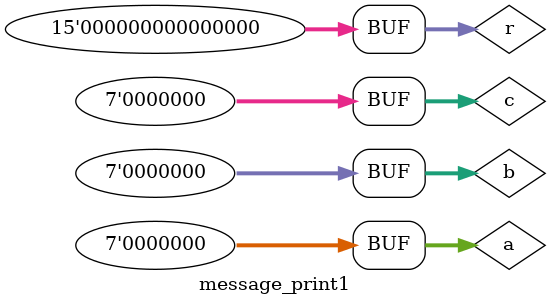
<source format=v>
`timescale 1ns / 1ps


//module message_print1();
  
//endmodule



module message_print1();
  reg [0:6]a;
  reg [0:6]b;
  reg [0:6]c;
  reg [0:14]r;
  
  initial
  begin
     
     {a[0],a[1],a[2],a[3],a[4],a[5],a[6]} = 7'b1111111; #10;
     {a[0],a[1],a[2],a[3],a[4],a[5],a[6]} = 7'b0001000; #10;
     {a[0],a[1],a[2],a[3],a[4],a[5],a[6]} = 7'b0001000; #10;  // H  
     {a[0],a[1],a[2],a[3],a[4],a[5],a[6]} = 7'b0001000; #10;
     {a[0],a[1],a[2],a[3],a[4],a[5],a[6]} = 7'b1111111; #10;
     
     {a[0],a[1],a[2],a[3],a[4],a[5],a[6]} = 7'b0000000; #10;
     
     {a[0],a[1],a[2],a[3],a[4],a[5],a[6]} = 7'b1111111; #10;
     {a[0],a[1],a[2],a[3],a[4],a[5],a[6]} = 7'b1001001; #10;
     {a[0],a[1],a[2],a[3],a[4],a[5],a[6]} = 7'b1001001; #10; // E
     {a[0],a[1],a[2],a[3],a[4],a[5],a[6]} = 7'b1001001; #10;
     
     {a[0],a[1],a[2],a[3],a[4],a[5],a[6]} = 7'b0000000; #10;
     
     {a[0],a[1],a[2],a[3],a[4],a[5],a[6]} = 7'b1111111; #10;
     {a[0],a[1],a[2],a[3],a[4],a[5],a[6]} = 7'b0000001; #10;
     {a[0],a[1],a[2],a[3],a[4],a[5],a[6]} = 7'b0000001; #10;  // L
     {a[0],a[1],a[2],a[3],a[4],a[5],a[6]} = 7'b0000001; #10;
     
     {a[0],a[1],a[2],a[3],a[4],a[5],a[6]} = 7'b0000000; #10;
     
     {a[0],a[1],a[2],a[3],a[4],a[5],a[6]} = 7'b1111111; #10;
     {a[0],a[1],a[2],a[3],a[4],a[5],a[6]} = 7'b0000001; #10;
     {a[0],a[1],a[2],a[3],a[4],a[5],a[6]} = 7'b0000001; #10;  // L
     {a[0],a[1],a[2],a[3],a[4],a[5],a[6]} = 7'b0000001; #10;
     
     
     {a[0],a[1],a[2],a[3],a[4],a[5],a[6]} = 7'b0000000; #10;
     
     {a[0],a[1],a[2],a[3],a[4],a[5],a[6]} = 7'b1111111; #10;
     {a[0],a[1],a[2],a[3],a[4],a[5],a[6]} = 7'b1000001; #10;
     {a[0],a[1],a[2],a[3],a[4],a[5],a[6]} = 7'b1000001; #10;  // O
     {a[0],a[1],a[2],a[3],a[4],a[5],a[6]} = 7'b1000001; #10;
     {a[0],a[1],a[2],a[3],a[4],a[5],a[6]} = 7'b1111111; #10;
     
     {a[0],a[1],a[2],a[3],a[4],a[5],a[6]} = 7'b0000000; #10;
//     $finish;
  end
  
  initial
  begin
     {b[0],b[1],b[2],b[3],b[4],b[5],b[6]} = 7'b1111111; #10;
     {b[0],b[1],b[2],b[3],b[4],b[5],b[6]} = 7'b1000001; #10;
     {b[0],b[1],b[2],b[3],b[4],b[5],b[6]} = 7'b1000001; #10;
     {b[0],b[1],b[2],b[3],b[4],b[5],b[6]} = 7'b1000101; #10; // G
     {b[0],b[1],b[2],b[3],b[4],b[5],b[6]} = 7'b1000101; #10;
     {b[0],b[1],b[2],b[3],b[4],b[5],b[6]} = 7'b1000111; #10;
     
     {b[0],b[1],b[2],b[3],b[4],b[5],b[6]} = 7'b0000000; #10;
     
     {b[0],b[1],b[2],b[3],b[4],b[5],b[6]} = 7'b1111111; #10;
     {b[0],b[1],b[2],b[3],b[4],b[5],b[6]} = 7'b1000001; #10;
     {b[0],b[1],b[2],b[3],b[4],b[5],b[6]} = 7'b1000001; #10;
     {b[0],b[1],b[2],b[3],b[4],b[5],b[6]} = 7'b1000001; #10; // O
     {b[0],b[1],b[2],b[3],b[4],b[5],b[6]} = 7'b1111111; #10;
     
     {b[0],b[1],b[2],b[3],b[4],b[5],b[6]} = 7'b0000000; #10;
     
     {b[0],b[1],b[2],b[3],b[4],b[5],b[6]} = 7'b1111111; #10;
     {b[0],b[1],b[2],b[3],b[4],b[5],b[6]} = 7'b1000001; #10;
     {b[0],b[1],b[2],b[3],b[4],b[5],b[6]} = 7'b1000001; #10;
     {b[0],b[1],b[2],b[3],b[4],b[5],b[6]} = 7'b1000001; #10; // O
     {b[0],b[1],b[2],b[3],b[4],b[5],b[6]} = 7'b1111111; #10;
     
     {b[0],b[1],b[2],b[3],b[4],b[5],b[6]} = 7'b0000000; #10;
     
     {b[0],b[1],b[2],b[3],b[4],b[5],b[6]} = 7'b1111111; #10;
     {b[0],b[1],b[2],b[3],b[4],b[5],b[6]} = 7'b1000001; #10;
     {b[0],b[1],b[2],b[3],b[4],b[5],b[6]} = 7'b0100010; #10;  // D
     {b[0],b[1],b[2],b[3],b[4],b[5],b[6]} = 7'b0011100; #10;
     
     {b[0],b[1],b[2],b[3],b[4],b[5],b[6]} = 7'b0000000; #10;
//     $finish;
  end
  
  initial
  begin
    {c[0],c[1],c[2],c[3],c[4],c[5],c[6]}= 7'b1111111; #10;
    {c[0],c[1],c[2],c[3],c[4],c[5],c[6]}= 7'b0100000; #10;
    {c[0],c[1],c[2],c[3],c[4],c[5],c[6]}= 7'b0010000; #10;
    {c[0],c[1],c[2],c[3],c[4],c[5],c[6]}= 7'b0001000; #10;  // M
    {c[0],c[1],c[2],c[3],c[4],c[5],c[6]}= 7'b0010000; #10;
    {c[0],c[1],c[2],c[3],c[4],c[5],c[6]}= 7'b0100000; #10;
    {c[0],c[1],c[2],c[3],c[4],c[5],c[6]}= 7'b1111111; #10;
    
    {c[0],c[1],c[2],c[3],c[4],c[5],c[6]}= 7'b0000000; #10;
    
    {c[0],c[1],c[2],c[3],c[4],c[5],c[6]}= 7'b1111111; #10;
    {c[0],c[1],c[2],c[3],c[4],c[5],c[6]}= 7'b1000001; #10;
    {c[0],c[1],c[2],c[3],c[4],c[5],c[6]}= 7'b1000001; #10;  // O
    {c[0],c[1],c[2],c[3],c[4],c[5],c[6]}= 7'b1000001; #10;
    {c[0],c[1],c[2],c[3],c[4],c[5],c[6]}= 7'b1111111; #10;
    
    {c[0],c[1],c[2],c[3],c[4],c[5],c[6]}= 7'b0000000; #10;
    
    {c[0],c[1],c[2],c[3],c[4],c[5],c[6]}= 7'b1111111; #10;
    {c[0],c[1],c[2],c[3],c[4],c[5],c[6]}= 7'b1001100; #10;
    {c[0],c[1],c[2],c[3],c[4],c[5],c[6]}= 7'b1001010; #10;  // R
    {c[0],c[1],c[2],c[3],c[4],c[5],c[6]}= 7'b1001001; #10;
    {c[0],c[1],c[2],c[3],c[4],c[5],c[6]}= 7'b1111001; #10;
    
    {c[0],c[1],c[2],c[3],c[4],c[5],c[6]}= 7'b0000000; #10;
    
    {c[0],c[1],c[2],c[3],c[4],c[5],c[6]}= 7'b1111111; #10;
    {c[0],c[1],c[2],c[3],c[4],c[5],c[6]}= 7'b0100000; #10;
    {c[0],c[1],c[2],c[3],c[4],c[5],c[6]}= 7'b0010000; #10;
    {c[0],c[1],c[2],c[3],c[4],c[5],c[6]}= 7'b0001000; #10;  // N
    {c[0],c[1],c[2],c[3],c[4],c[5],c[6]}= 7'b0000100; #10;
    {c[0],c[1],c[2],c[3],c[4],c[5],c[6]}= 7'b0000010; #10;
    {c[0],c[1],c[2],c[3],c[4],c[5],c[6]}= 7'b1111111; #10;
    
    {c[0],c[1],c[2],c[3],c[4],c[5],c[6]}= 7'b0000000; #10;
    
    {c[0],c[1],c[2],c[3],c[4],c[5],c[6]}= 7'b1000001; #10;
    {c[0],c[1],c[2],c[3],c[4],c[5],c[6]}= 7'b1000001; #10;
    {c[0],c[1],c[2],c[3],c[4],c[5],c[6]}= 7'b1111111; #10;  // I
    {c[0],c[1],c[2],c[3],c[4],c[5],c[6]}= 7'b1000001; #10;
    {c[0],c[1],c[2],c[3],c[4],c[5],c[6]}= 7'b1000001; #10;
    
    {c[0],c[1],c[2],c[3],c[4],c[5],c[6]}= 7'b0000000; #10;
    
    {c[0],c[1],c[2],c[3],c[4],c[5],c[6]}= 7'b1111111; #10;
    {c[0],c[1],c[2],c[3],c[4],c[5],c[6]}= 7'b0100000; #10;
    {c[0],c[1],c[2],c[3],c[4],c[5],c[6]}= 7'b0010000; #10;
    {c[0],c[1],c[2],c[3],c[4],c[5],c[6]}= 7'b0001000; #10;  // N
    {c[0],c[1],c[2],c[3],c[4],c[5],c[6]}= 7'b0000100; #10;
    {c[0],c[1],c[2],c[3],c[4],c[5],c[6]}= 7'b0000010; #10;
    {c[0],c[1],c[2],c[3],c[4],c[5],c[6]}= 7'b1111111; #10;
    
    {c[0],c[1],c[2],c[3],c[4],c[5],c[6]}= 7'b0000000; #10;
    
    {c[0],c[1],c[2],c[3],c[4],c[5],c[6]}= 7'b1111111; #10;
    {c[0],c[1],c[2],c[3],c[4],c[5],c[6]}= 7'b1000001; #10;
    {c[0],c[1],c[2],c[3],c[4],c[5],c[6]}= 7'b1000001; #10;
    {c[0],c[1],c[2],c[3],c[4],c[5],c[6]}= 7'b1000101; #10;  // G
    {c[0],c[1],c[2],c[3],c[4],c[5],c[6]}= 7'b1000101; #10;
    {c[0],c[1],c[2],c[3],c[4],c[5],c[6]}= 7'b1000111; #10;
    
    {c[0],c[1],c[2],c[3],c[4],c[5],c[6]}= 7'b0000000; #10;
//    $finish;
  end
  
  initial
  begin
    
    {r[0], r[1], r[2], r[3], r[4], r[5], r[6],r[7],r[8],r[9],r[10],r[11],r[12],r[13],r[14]} =15'b000000000000000; #20;
    {r[0], r[1], r[2], r[3], r[4], r[5], r[6],r[7],r[8],r[9],r[10],r[11],r[12],r[13],r[14]} =15'b000000000000000; #20;
    {r[0], r[1], r[2], r[3], r[4], r[5], r[6],r[7],r[8],r[9],r[10],r[11],r[12],r[13],r[14]} =15'b000000000000000; #20;
    {r[0], r[1], r[2], r[3], r[4], r[5], r[6],r[7],r[8],r[9],r[10],r[11],r[12],r[13],r[14]} =15'b000000000000000; #20;
    {r[0], r[1], r[2], r[3], r[4], r[5], r[6],r[7],r[8],r[9],r[10],r[11],r[12],r[13],r[14]} =15'b000000000000000; #20;
    
    {r[0], r[1], r[2], r[3], r[4], r[5], r[6],r[7],r[8],r[9],r[10],r[11],r[12],r[13],r[14]} = 15'b111111111111111; #5;  //c1
    {r[0], r[1], r[2], r[3], r[4], r[5], r[6],r[7],r[8],r[9],r[10],r[11],r[12],r[13],r[14]} = 15'b100000000000001; #5;  // c2
    {r[0], r[1], r[2], r[3], r[4], r[5], r[6],r[7],r[8],r[9],r[10],r[11],r[12],r[13],r[14]} = 15'b100010000000001; #5;  //c3
    {r[0], r[1], r[2], r[3], r[4], r[5], r[6],r[7],r[8],r[9],r[10],r[11],r[12],r[13],r[14]} = 15'b100101000000001; #5;
    {r[0], r[1], r[2], r[3], r[4], r[5], r[6],r[7],r[8],r[9],r[10],r[11],r[12],r[13],r[14]} = 15'b101000100000001; #5;
    {r[0], r[1], r[2], r[3], r[4], r[5], r[6],r[7],r[8],r[9],r[10],r[11],r[12],r[13],r[14]} = 15'b100101000000001; #5;
    {r[0], r[1], r[2], r[3], r[4], r[5], r[6],r[7],r[8],r[9],r[10],r[11],r[12],r[13],r[14]} = 15'b100010000000001; #5;
    {r[0], r[1], r[2], r[3], r[4], r[5], r[6],r[7],r[8],r[9],r[10],r[11],r[12],r[13],r[14]} = 15'b100000000110001; #5;
    {r[0], r[1], r[2], r[3], r[4], r[5], r[6],r[7],r[8],r[9],r[10],r[11],r[12],r[13],r[14]} = 15'b100000000101001; #5;
    {r[0], r[1], r[2], r[3], r[4], r[5], r[6],r[7],r[8],r[9],r[10],r[11],r[12],r[13],r[14]} = 15'b100000000100101; #5;
    {r[0], r[1], r[2], r[3], r[4], r[5], r[6],r[7],r[8],r[9],r[10],r[11],r[12],r[13],r[14]} = 15'b100000000101001; #5;
    {r[0], r[1], r[2], r[3], r[4], r[5], r[6],r[7],r[8],r[9],r[10],r[11],r[12],r[13],r[14]} = 15'b100000000110001; #5;  // Smile 
    {r[0], r[1], r[2], r[3], r[4], r[5], r[6],r[7],r[8],r[9],r[10],r[11],r[12],r[13],r[14]} = 15'b100010000000001; #5;
    {r[0], r[1], r[2], r[3], r[4], r[5], r[6],r[7],r[8],r[9],r[10],r[11],r[12],r[13],r[14]} = 15'b100101000000001; #5;
    {r[0], r[1], r[2], r[3], r[4], r[5], r[6],r[7],r[8],r[9],r[10],r[11],r[12],r[13],r[14]} = 15'b101000100000001; #5;
    {r[0], r[1], r[2], r[3], r[4], r[5], r[6],r[7],r[8],r[9],r[10],r[11],r[12],r[13],r[14]} = 15'b100101000000001; #5;
    {r[0], r[1], r[2], r[3], r[4], r[5], r[6],r[7],r[8],r[9],r[10],r[11],r[12],r[13],r[14]} = 15'b100010000000001; #5;
    {r[0], r[1], r[2], r[3], r[4], r[5], r[6],r[7],r[8],r[9],r[10],r[11],r[12],r[13],r[14]} = 15'b100000000000001; #5;
    {r[0], r[1], r[2], r[3], r[4], r[5], r[6],r[7],r[8],r[9],r[10],r[11],r[12],r[13],r[14]} = 15'b111111111111111; #5;
    
     {r[0], r[1], r[2], r[3], r[4], r[5], r[6],r[7],r[8],r[9],r[10],r[11],r[12],r[13],r[14]} =15'b000000000000000; #5;
//    $finish;
  end
endmodule
</source>
